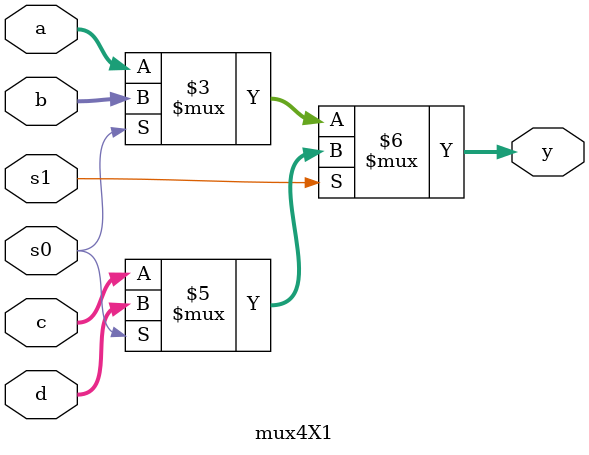
<source format=v>
module mux4X1(
input [3:0]a,b,c,d,
input s1,s0,
output [3:0]y);

assign y=(s1==0)?(s0==0)?a:b
                :(s0==0)?c:d;
                 

endmodule


</source>
